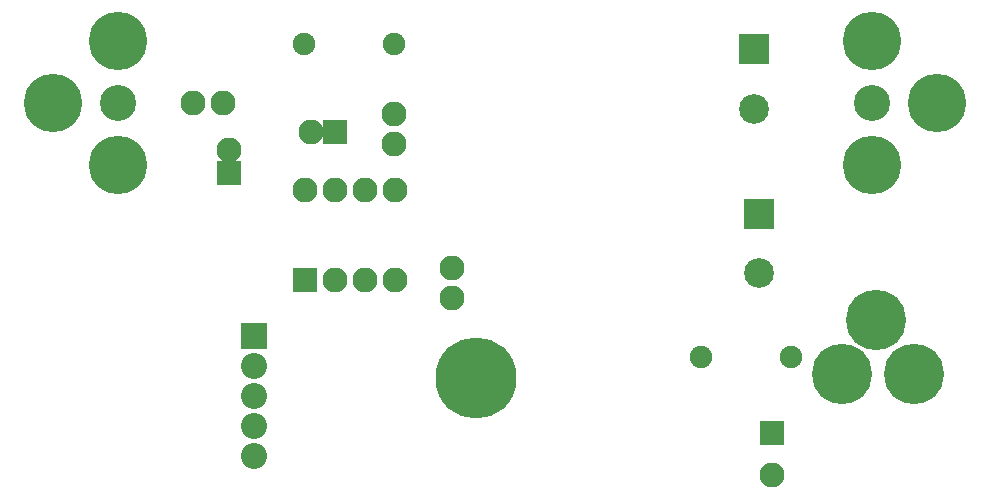
<source format=gbr>
G04 #@! TF.FileFunction,Soldermask,Top*
%FSLAX46Y46*%
G04 Gerber Fmt 4.6, Leading zero omitted, Abs format (unit mm)*
G04 Created by KiCad (PCBNEW 4.0.5) date 07/08/17 13:34:11*
%MOMM*%
%LPD*%
G01*
G04 APERTURE LIST*
%ADD10C,0.150000*%
%ADD11R,2.508000X2.508000*%
%ADD12C,2.508000*%
%ADD13R,2.108000X2.108000*%
%ADD14C,2.108000*%
%ADD15C,6.858000*%
%ADD16C,1.908000*%
%ADD17O,1.908000X1.908000*%
%ADD18C,4.953000*%
%ADD19C,3.048000*%
%ADD20O,2.108000X2.108000*%
%ADD21R,2.208000X2.208000*%
%ADD22O,2.208000X2.208000*%
%ADD23C,5.108000*%
G04 APERTURE END LIST*
D10*
D11*
X94805000Y-66013400D03*
D12*
X94805000Y-71013400D03*
D13*
X95905000Y-84613400D03*
D14*
X95905000Y-88113400D03*
D13*
X49905000Y-62613400D03*
D14*
X49905000Y-60613400D03*
D15*
X70886000Y-79895400D03*
D16*
X89905000Y-78113400D03*
D17*
X97525000Y-78113400D03*
D11*
X94405000Y-52113400D03*
D12*
X94405000Y-57113400D03*
D18*
X35021200Y-56654400D03*
X40533000Y-61899500D03*
X40533000Y-51409300D03*
D19*
X40533000Y-56654400D03*
D18*
X109916800Y-56613400D03*
X104405000Y-51368300D03*
X104405000Y-61858500D03*
D19*
X104405000Y-56613400D03*
D16*
X63905000Y-51613400D03*
D17*
X56285000Y-51613400D03*
D13*
X56405000Y-71613400D03*
D20*
X64025000Y-63993400D03*
X58945000Y-71613400D03*
X61485000Y-63993400D03*
X61485000Y-71613400D03*
X58945000Y-63993400D03*
X64025000Y-71613400D03*
X56405000Y-63993400D03*
D21*
X52090000Y-76339400D03*
D22*
X52090000Y-78879400D03*
X52090000Y-81419400D03*
X52090000Y-83959400D03*
X52090000Y-86499400D03*
D13*
X58905000Y-59113400D03*
D14*
X56905000Y-59113400D03*
D23*
X107905000Y-79613400D03*
X101805000Y-79613400D03*
X104705000Y-75013400D03*
D14*
X63905000Y-60113400D03*
X63905000Y-57613400D03*
X46905000Y-56613400D03*
X49405000Y-56613400D03*
X68854000Y-70624400D03*
X68854000Y-73124400D03*
M02*

</source>
